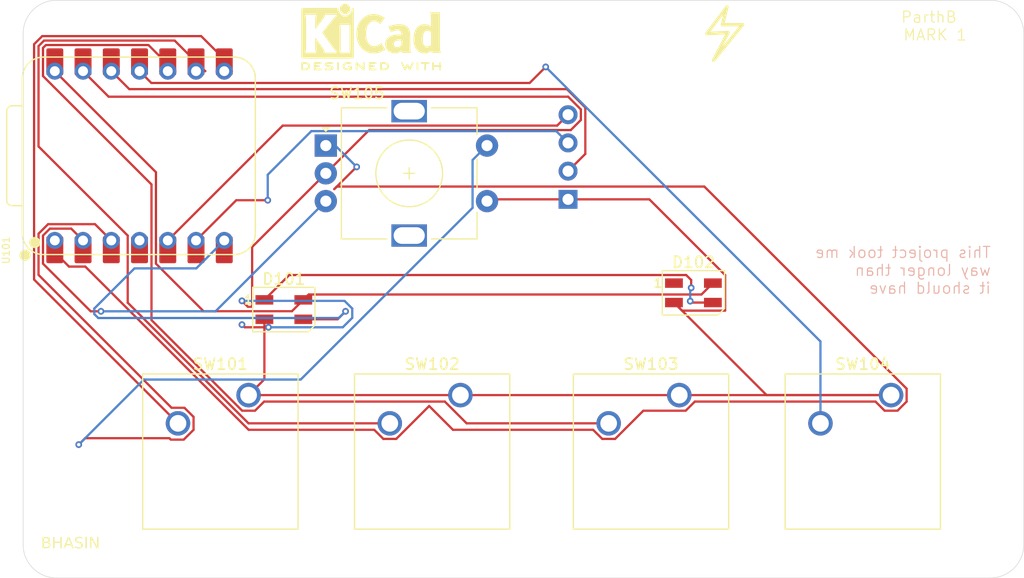
<source format=kicad_pcb>
(kicad_pcb (version 20241229) (generator "pcbnew") (generator_version "9.0")
  (layers (0 "F.Cu" signal) (2 "B.Cu" signal) (13 "F.Paste" user) (15 "B.Paste" user) (5 "F.SilkS" user "F.Silkscreen") (7 "B.SilkS" user "B.Silkscreen") (1 "F.Mask" user) (3 "B.Mask" user) (25 "Edge.Cuts" user))
  (net 0 "")
  (net 1 "Net-(D101-DOUT)")
  (net 2 "GND")
  (net 3 "+5V")
  (net 4 "Net-(D101-DIN)")
  (net 6 "Net-(U101-GPIO1{slash}RX)")
  (net 7 "Net-(U101-GPIO2{slash}SCK)")
  (net 8 "Net-(U101-GPIO4{slash}MISO)")
  (net 9 "Net-(U101-GPIO3{slash}MOSI)")
  (net 10 "Net-(J101-SCL)")
  (net 11 "Net-(J101-SDA)")
  (net 12 "Net-(J101-VCC)")
  (net 14 "Net-(U101-GPIO26{slash}ADC0{slash}A0)")
  (net 15 "Net-(U101-GPIO28{slash}ADC2{slash}A2)")
  (net 16 "Net-(U101-GPIO27{slash}ADC1{slash}A1)")
  (footprint "Button_Switch_Keyboard:SW_Cherry_MX_1.00u_PCB" (layer "F.Cu") (at 136.3275 77.54375)
    (property "Reference" "SW102" (at -2.54 -2.794 0) (layer "F.SilkS"))
    (property "Value" "SW_Push")
    (pad "" np_thru_hole circle (at -7.62 5.08) (size 1.7 1.7) (drill 1.7) (layers "*.Cu" "*.Mask"))
    (pad "" np_thru_hole circle (at -2.54 5.08) (size 4 4) (drill 4) (layers "*.Cu" "*.Mask"))
    (pad "" np_thru_hole circle (at 2.54 5.08) (size 1.7 1.7) (drill 1.7) (layers "*.Cu" "*.Mask"))
    (pad "1" thru_hole circle (at 0 0) (size 2.2 2.2) (drill 1.5) (layers "*.Cu" "*.Mask") (net 2 "GND"))
    (pad "2" thru_hole circle (at -6.35 2.54) (size 2.2 2.2) (drill 1.5) (layers "*.Cu" "*.Mask") (net 7 "Net-(U101-GPIO2{slash}SCK)"))
  )
  (footprint "ScottoKeebs_Components:OLED_128x32" (layer "F.Cu") (at 144.41125 50.12)
    (property "Reference" "J101" (hide yes))
    (property "Value" "OLED_128x32")
    (pad "1" thru_hole rect (at 1.6 9.8 180) (size 1.7 1.7) (drill 1) (layers "*.Cu" "*.Mask") (net 2 "GND"))
    (pad "2" thru_hole oval (at 1.6 7.26 180) (size 1.7 1.7) (drill 1) (layers "*.Cu" "*.Mask") (net 12 "Net-(J101-VCC)"))
    (pad "3" thru_hole oval (at 1.6 4.72 180) (size 1.7 1.7) (drill 1) (layers "*.Cu" "*.Mask") (net 10 "Net-(J101-SCL)"))
    (pad "4" thru_hole oval (at 1.6 2.18 180) (size 1.7 1.7) (drill 1) (layers "*.Cu" "*.Mask") (net 11 "Net-(J101-SDA)"))
  )
  (footprint "Button_Switch_Keyboard:SW_Cherry_MX_1.00u_PCB" (layer "F.Cu") (at 156.0125 77.54375)
    (property "Reference" "SW103" (at -2.54 -2.794 0) (layer "F.SilkS"))
    (property "Value" "SW_Push")
    (pad "" np_thru_hole circle (at -7.62 5.08) (size 1.7 1.7) (drill 1.7) (layers "*.Cu" "*.Mask"))
    (pad "" np_thru_hole circle (at -2.54 5.08) (size 4 4) (drill 4) (layers "*.Cu" "*.Mask"))
    (pad "" np_thru_hole circle (at 2.54 5.08) (size 1.7 1.7) (drill 1.7) (layers "*.Cu" "*.Mask"))
    (pad "1" thru_hole circle (at 0 0) (size 2.2 2.2) (drill 1.5) (layers "*.Cu" "*.Mask") (net 2 "GND"))
    (pad "2" thru_hole circle (at -6.35 2.54) (size 2.2 2.2) (drill 1.5) (layers "*.Cu" "*.Mask") (net 8 "Net-(U101-GPIO4{slash}MISO)"))
  )
  (footprint "LED_SMD:LED_SK6812MINI_PLCC4_3.5x3.5mm_P1.75mm" (layer "F.Cu") (at 120.44875 69.8425)
    (property "Reference" "D101" (at 0 -2.75 0) (layer "F.SilkS"))
    (property "Value" "SK6812MINI")
    (fp_text user "1" (at -3.2 -0.875 0) (layer "F.SilkS") (effects (font (size 0.8 0.8))))
    (pad "1" smd rect (at -1.75 -0.875) (size 1.6 0.85) (layers "F.Cu" "F.Mask" "F.Paste") (net 1 "Net-(D101-DOUT)"))
    (pad "2" smd rect (at -1.75 0.875) (size 1.6 0.85) (layers "F.Cu" "F.Mask" "F.Paste") (net 2 "GND"))
    (pad "3" smd rect (at 1.75 0.875) (size 1.6 0.85) (layers "F.Cu" "F.Mask" "F.Paste") (net 4 "Net-(D101-DIN)"))
    (pad "4" smd rect (at 1.75 -0.875) (size 1.6 0.85) (layers "F.Cu" "F.Mask" "F.Paste") (net 3 "+5V"))
  )
  (footprint "Rotary_Encoder:RotaryEncoder_Alps_EC11E-Switch_Vertical_H20mm" (layer "F.Cu") (at 124.22375 55.08)
    (property "Reference" "SW105" (at 2.8 -4.7 0) (layer "F.SilkS"))
    (property "Value" "RotaryEncoder_Switch")
    (pad "A" thru_hole rect (at 0 0) (size 2 2) (drill 1) (layers "*.Cu" "*.Mask") (net 14 "Net-(U101-GPIO26{slash}ADC0{slash}A0)"))
    (pad "B" thru_hole circle (at 0 5) (size 2 2) (drill 1) (layers "*.Cu" "*.Mask") (net 16 "Net-(U101-GPIO27{slash}ADC1{slash}A1)"))
    (pad "C" thru_hole circle (at 0 2.5) (size 2 2) (drill 1) (layers "*.Cu" "*.Mask") (net 2 "GND"))
    (pad "MP" thru_hole rect (at 7.5 -3.1) (size 3.2 2) (drill oval 2.8 1.5) (layers "*.Cu" "*.Mask"))
    (pad "MP" thru_hole rect (at 7.5 8.1) (size 3.2 2) (drill oval 2.8 1.5) (layers "*.Cu" "*.Mask"))
    (pad "S1" thru_hole circle (at 14.5 5) (size 2 2) (drill 1) (layers "*.Cu" "*.Mask") (net 2 "GND"))
    (pad "S2" thru_hole circle (at 14.5 0) (size 2 2) (drill 1) (layers "*.Cu" "*.Mask") (net 15 "Net-(U101-GPIO28{slash}ADC2{slash}A2)"))
  )
  (footprint "Button_Switch_Keyboard:SW_Cherry_MX_1.00u_PCB" (layer "F.Cu") (at 175.0625 77.54375)
    (property "Reference" "SW104" (at -2.54 -2.794 0) (layer "F.SilkS"))
    (property "Value" "SW_Push")
    (pad "" np_thru_hole circle (at -7.62 5.08) (size 1.7 1.7) (drill 1.7) (layers "*.Cu" "*.Mask"))
    (pad "" np_thru_hole circle (at -2.54 5.08) (size 4 4) (drill 4) (layers "*.Cu" "*.Mask"))
    (pad "" np_thru_hole circle (at 2.54 5.08) (size 1.7 1.7) (drill 1.7) (layers "*.Cu" "*.Mask"))
    (pad "1" thru_hole circle (at 0 0) (size 2.2 2.2) (drill 1.5) (layers "*.Cu" "*.Mask") (net 2 "GND"))
    (pad "2" thru_hole circle (at -6.35 2.54) (size 2.2 2.2) (drill 1.5) (layers "*.Cu" "*.Mask") (net 9 "Net-(U101-GPIO3{slash}MOSI)"))
  )
  (footprint "LED_SMD:LED_SK6812MINI_PLCC4_3.5x3.5mm_P1.75mm" (layer "F.Cu") (at 157.28625 68.33625)
    (property "Reference" "D102" (at 0 -2.75 0) (layer "F.SilkS"))
    (property "Value" "SK6812MINI")
    (fp_text user "1" (at -3.2 -0.875 0) (layer "F.SilkS") (effects (font (size 0.8 0.8))))
    (pad "1" smd rect (at -1.75 -0.875) (size 1.6 0.85) (layers "F.Cu" "F.Mask" "F.Paste"))
    (pad "2" smd rect (at -1.75 0.875) (size 1.6 0.85) (layers "F.Cu" "F.Mask" "F.Paste") (net 2 "GND"))
    (pad "3" smd rect (at 1.75 0.875) (size 1.6 0.85) (layers "F.Cu" "F.Mask" "F.Paste") (net 1 "Net-(D101-DOUT)"))
    (pad "4" smd rect (at 1.75 -0.875) (size 1.6 0.85) (layers "F.Cu" "F.Mask" "F.Paste") (net 3 "+5V"))
  )
  (footprint "OPL Lib:XIAO-RP2040-DIP" (layer "F.Cu") (at 107.4685 56 90)
    (property "Reference" "U101" (at -8.5 -12 90) (layer "F.SilkS") (effects (font (size 0.635 0.635) (thickness 0.1016))))
    (property "Value" "XIAO-RP2040-DIP")
    (pad "1" smd roundrect (at -8.455 -7.62 270) (size 2.432 1.524) (layers "F.Cu" "F.Mask") (roundrect_rratio 0.1) (net 14 "Net-(U101-GPIO26{slash}ADC0{slash}A0)"))
    (pad "1" thru_hole circle (at -7.62 -7.62 270) (size 1.524 1.524) (drill 0.889) (layers "*.Cu" "*.Mask") (net 14 "Net-(U101-GPIO26{slash}ADC0{slash}A0)"))
    (pad "2" smd roundrect (at -8.455 -5.08 270) (size 2.432 1.524) (layers "F.Cu" "F.Mask") (roundrect_rratio 0.1) (net 16 "Net-(U101-GPIO27{slash}ADC1{slash}A1)"))
    (pad "2" thru_hole circle (at -7.62 -5.08 270) (size 1.524 1.524) (drill 0.889) (layers "*.Cu" "*.Mask") (net 16 "Net-(U101-GPIO27{slash}ADC1{slash}A1)"))
    (pad "3" smd roundrect (at -8.455 -2.54 270) (size 2.432 1.524) (layers "F.Cu" "F.Mask") (roundrect_rratio 0.1) (net 15 "Net-(U101-GPIO28{slash}ADC2{slash}A2)"))
    (pad "3" thru_hole circle (at -7.62 -2.54 270) (size 1.524 1.524) (drill 0.889) (layers "*.Cu" "*.Mask") (net 15 "Net-(U101-GPIO28{slash}ADC2{slash}A2)"))
    (pad "4" smd roundrect (at -8.455 0 270) (size 2.432 1.524) (layers "F.Cu" "F.Mask") (roundrect_rratio 0.1))
    (pad "4" thru_hole circle (at -7.62 0 270) (size 1.524 1.524) (drill 0.889) (layers "*.Cu" "*.Mask"))
    (pad "5" smd roundrect (at -8.455 2.54 270) (size 2.432 1.524) (layers "F.Cu" "F.Mask") (roundrect_rratio 0.1) (net 11 "Net-(J101-SDA)"))
    (pad "5" thru_hole circle (at -7.62 2.54 270) (size 1.524 1.524) (drill 0.889) (layers "*.Cu" "*.Mask") (net 11 "Net-(J101-SDA)"))
    (pad "6" smd roundrect (at -8.455 5.08 270) (size 2.432 1.524) (layers "F.Cu" "F.Mask") (roundrect_rratio 0.1) (net 10 "Net-(J101-SCL)"))
    (pad "6" thru_hole circle (at -7.62 5.08 270) (size 1.524 1.524) (drill 0.889) (layers "*.Cu" "*.Mask") (net 10 "Net-(J101-SCL)"))
    (pad "7" smd roundrect (at -8.455 7.62 270) (size 2.432 1.524) (layers "F.Cu" "F.Mask") (roundrect_rratio 0.1) (net 4 "Net-(D101-DIN)"))
    (pad "7" thru_hole circle (at -7.62 7.62 270) (size 1.524 1.524) (drill 0.889) (layers "*.Cu" "*.Mask") (net 4 "Net-(D101-DIN)"))
    (pad "8" thru_hole circle (at 7.62 7.62 90) (size 1.524 1.524) (drill 0.889) (layers "*.Cu" "*.Mask") (net 6 "Net-(U101-GPIO1{slash}RX)"))
    (pad "8" smd roundrect (at 8.455 7.62 90) (size 2.432 1.524) (layers "F.Cu" "F.Mask") (roundrect_rratio 0.1) (net 6 "Net-(U101-GPIO1{slash}RX)"))
    (pad "9" thru_hole circle (at 7.62 5.08 90) (size 1.524 1.524) (drill 0.889) (layers "*.Cu" "*.Mask") (net 7 "Net-(U101-GPIO2{slash}SCK)"))
    (pad "9" smd roundrect (at 8.455 5.08 90) (size 2.432 1.524) (layers "F.Cu" "F.Mask") (roundrect_rratio 0.1) (net 7 "Net-(U101-GPIO2{slash}SCK)"))
    (pad "10" thru_hole circle (at 7.62 2.54 90) (size 1.524 1.524) (drill 0.889) (layers "*.Cu" "*.Mask") (net 8 "Net-(U101-GPIO4{slash}MISO)"))
    (pad "10" smd roundrect (at 8.455 2.54 90) (size 2.432 1.524) (layers "F.Cu" "F.Mask") (roundrect_rratio 0.1) (net 8 "Net-(U101-GPIO4{slash}MISO)"))
    (pad "11" thru_hole circle (at 7.62 0 90) (size 1.524 1.524) (drill 0.889) (layers "*.Cu" "*.Mask") (net 9 "Net-(U101-GPIO3{slash}MOSI)"))
    (pad "11" smd roundrect (at 8.455 0 90) (size 2.432 1.524) (layers "F.Cu" "F.Mask") (roundrect_rratio 0.1) (net 9 "Net-(U101-GPIO3{slash}MOSI)"))
    (pad "12" thru_hole circle (at 7.62 -2.54 90) (size 1.524 1.524) (drill 0.889) (layers "*.Cu" "*.Mask") (net 12 "Net-(J101-VCC)"))
    (pad "12" smd roundrect (at 8.455 -2.54 90) (size 2.432 1.524) (layers "F.Cu" "F.Mask") (roundrect_rratio 0.1) (net 12 "Net-(J101-VCC)"))
    (pad "13" thru_hole circle (at 7.62 -5.08 90) (size 1.524 1.524) (drill 0.889) (layers "*.Cu" "*.Mask") (net 2 "GND"))
    (pad "13" smd roundrect (at 8.455 -5.08 90) (size 2.432 1.524) (layers "F.Cu" "F.Mask") (roundrect_rratio 0.1) (net 2 "GND"))
    (pad "14" thru_hole circle (at 7.62 -7.62 90) (size 1.524 1.524) (drill 0.889) (layers "*.Cu" "*.Mask") (net 3 "+5V"))
    (pad "14" smd roundrect (at 8.455 -7.62 90) (size 2.432 1.524) (layers "F.Cu" "F.Mask") (roundrect_rratio 0.1) (net 3 "+5V"))
  )
  (footprint "Symbol:KiCad-Logo2_5mm_SilkScreen" (layer "F.Cu") (at 128.3 45.3)
    (property "Reference" "REF**" (hide yes))
    (property "Value" "KiCad-Logo2_5mm_SilkScreen" (hide yes))
  )
  (footprint "Button_Switch_Keyboard:SW_Cherry_MX_1.00u_PCB" (layer "F.Cu") (at 117.2775 77.54375)
    (property "Reference" "SW101" (at -2.54 -2.794 0) (layer "F.SilkS"))
    (property "Value" "SW_Push")
    (pad "" np_thru_hole circle (at -7.62 5.08) (size 1.7 1.7) (drill 1.7) (layers "*.Cu" "*.Mask"))
    (pad "" np_thru_hole circle (at -2.54 5.08) (size 4 4) (drill 4) (layers "*.Cu" "*.Mask"))
    (pad "" np_thru_hole circle (at 2.54 5.08) (size 1.7 1.7) (drill 1.7) (layers "*.Cu" "*.Mask"))
    (pad "1" thru_hole circle (at 0 0) (size 2.2 2.2) (drill 1.5) (layers "*.Cu" "*.Mask") (net 2 "GND"))
    (pad "2" thru_hole circle (at -6.35 2.54) (size 2.2 2.2) (drill 1.5) (layers "*.Cu" "*.Mask") (net 6 "Net-(U101-GPIO1{slash}RX)"))
  )
  (gr_line (start 160.3 42.6) (end 159.9 44.2) (stroke (width 0.3)) (layer "F.SilkS"))
  (gr_line (start 161.7 44.2) (end 159.1 47.4) (stroke (width 0.3)) (layer "F.SilkS"))
  (gr_line (start 159.9 44.2) (end 161.7 44.2) (stroke (width 0.3)) (layer "F.SilkS"))
  (gr_line (start 160.3 42.6) (end 158.5 45) (stroke (width 0.3)) (layer "F.SilkS"))
  (gr_line (start 158.5 45) (end 160.4 44.9) (stroke (width 0.3)) (layer "F.SilkS"))
  (gr_line (start 160.4 44.9) (end 159.1 47.4) (stroke (width 0.3)) (layer "F.SilkS"))
  (gr_line (start 97 91) (end 97 45) (stroke (width 0.05)) (layer "Edge.Cuts"))
  (gr_arc (start 100 94) (mid 97.87868 93.12132) (end 97 91) (stroke (width 0.05)) (layer "Edge.Cuts"))
  (gr_arc (start 97 45) (mid 97.87868 42.87868) (end 100 42) (stroke (width 0.05)) (layer "Edge.Cuts"))
  (gr_arc (start 184 42) (mid 186.12132 42.87868) (end 187 45) (stroke (width 0.05)) (layer "Edge.Cuts"))
  (gr_arc (start 187 91) (mid 186.12132 93.12132) (end 184 94) (stroke (width 0.05)) (layer "Edge.Cuts"))
  (gr_line (start 100 42) (end 184 42) (stroke (width 0.05)) (layer "Edge.Cuts"))
  (gr_line (start 184 94) (end 100 94) (stroke (width 0.05)) (layer "Edge.Cuts"))
  (gr_line (start 187 45) (end 187 91) (stroke (width 0.05)) (layer "Edge.Cuts"))
  (gr_text "MARK 1" (at 176.1 45.7 0) (layer "F.SilkS") (effects (font (size 1 1) (thickness 0.1)) (justify left bottom)))
  (gr_text "ParthB" (at 175.9 44.1 0) (layer "F.SilkS") (effects (font (size 1 1) (thickness 0.1)) (justify left bottom)))
  (gr_text "BHASIN" (at 98.6 91.5 0) (layer "F.SilkS") (effects (font (size 1 1) (thickness 0.1)) (justify left bottom)))
  (gr_text "This project took me\nway longer than\nit should have" (at 184.1 68.5 0) (layer "B.SilkS") (effects (font (size 1 1) (thickness 0.1)) (justify left bottom mirror)))
  (segment (start 118.69875 68.9675) (end 120.931 66.73525) (width 0.2) (layer "F.Cu") (net 1))
  (segment (start 120.931 66.73525) (end 156.63725 66.73525) (width 0.2) (layer "F.Cu") (net 1))
  (segment (start 159.03625 69.21125) (end 157.126 69.21125) (width 0.2) (layer "F.Cu") (net 1))
  (segment (start 156.63725 66.73525) (end 157.08425 67.18225) (width 0.2) (layer "F.Cu") (net 1))
  (segment (start 157.08425 67.18225) (end 157.08425 68.08425) (width 0.2) (layer "F.Cu") (net 1))
  (segment (start 157.126 69.21125) (end 157 69.08525) (width 0.2) (layer "F.Cu") (net 1))
  (via (at 157 69.08525) (size 0.6) (drill 0.3) (layers "F.Cu" "B.Cu") (net 1))
  (via (at 157.08425 67.88525) (size 0.6) (drill 0.3) (layers "F.Cu" "B.Cu") (net 1))
  (segment (start 157 67.9695) (end 157.08425 67.88525) (width 0.2) (layer "B.Cu") (net 1))
  (segment (start 157 69.08525) (end 157 67.9695) (width 0.2) (layer "B.Cu") (net 1))
  (segment (start 118.69875 70.7175) (end 118.69875 76.1225) (width 0.2) (layer "F.Cu") (net 2))
  (segment (start 147.16225 52.77676) (end 146.25701 53.682) (width 0.2) (layer "F.Cu") (net 2))
  (segment (start 104.6875 50.679) (end 146.01801 50.679) (width 0.2) (layer "F.Cu") (net 2))
  (segment (start 117.2775 77.54375) (end 136.3275 77.54375) (width 0.2) (layer "F.Cu") (net 2))
  (segment (start 163.86875 77.54375) (end 155.53625 69.21125) (width 0.2) (layer "F.Cu") (net 2))
  (segment (start 153.322 59.92) (end 146.01125 59.92) (width 0.2) (layer "F.Cu") (net 2))
  (segment (start 146.01801 50.679) (end 147.16225 51.82324) (width 0.2) (layer "F.Cu") (net 2))
  (segment (start 160.13725 69.93725) (end 160.13725 66.73525) (width 0.2) (layer "F.Cu") (net 2))
  (segment (start 138.88375 59.92) (end 138.72375 60.08) (width 0.2) (layer "F.Cu") (net 2))
  (segment (start 119.0625 71.4375) (end 116.91775 71.4375) (width 0.2) (layer "F.Cu") (net 2))
  (segment (start 117.59775 69.5905) (end 117.2155 69.5905) (width 0.2) (layer "F.Cu") (net 2))
  (segment (start 146.01125 59.92) (end 138.88375 59.92) (width 0.2) (layer "F.Cu") (net 2))
  (segment (start 146.25701 53.682) (end 128.12175 53.682) (width 0.2) (layer "F.Cu") (net 2))
  (segment (start 118.69875 76.1225) (end 117.2775 77.54375) (width 0.2) (layer "F.Cu") (net 2))
  (segment (start 124.22375 57.58) (end 117.59775 64.206) (width 0.2) (layer "F.Cu") (net 2))
  (segment (start 175.0625 77.54375) (end 163.86875 77.54375) (width 0.2) (layer "F.Cu") (net 2))
  (segment (start 128.12175 53.682) (end 124.22375 57.58) (width 0.2) (layer "F.Cu") (net 2))
  (segment (start 156.0125 77.54375) (end 175.0625 77.54375) (width 0.2) (layer "F.Cu") (net 2))
  (segment (start 102.3885 48.38) (end 104.6875 50.679) (width 0.2) (layer "F.Cu") (net 2))
  (segment (start 147.16225 51.82324) (end 147.16225 52.77676) (width 0.2) (layer "F.Cu") (net 2))
  (segment (start 160.13725 66.73525) (end 153.322 59.92) (width 0.2) (layer "F.Cu") (net 2))
  (segment (start 136.3275 77.54375) (end 156.0125 77.54375) (width 0.2) (layer "F.Cu") (net 2))
  (segment (start 117.2155 69.5905) (end 116.68125 69.05625) (width 0.2) (layer "F.Cu") (net 2))
  (segment (start 116.91775 71.4375) (end 116.68125 71.201) (width 0.2) (layer "F.Cu") (net 2))
  (segment (start 156.26225 69.93725) (end 160.13725 69.93725) (width 0.2) (layer "F.Cu") (net 2))
  (segment (start 155.53625 69.21125) (end 156.26225 69.93725) (width 0.2) (layer "F.Cu") (net 2))
  (segment (start 117.59775 64.206) (end 117.59775 69.5905) (width 0.2) (layer "F.Cu") (net 2))
  (via (at 119.0625 71.4375) (size 0.6) (drill 0.3) (layers "F.Cu" "B.Cu") (net 2))
  (via (at 116.68125 69.05625) (size 0.6) (drill 0.3) (layers "F.Cu" "B.Cu") (net 2))
  (via (at 116.68125 71.201) (size 0.6) (drill 0.3) (layers "F.Cu" "B.Cu") (net 2))
  (segment (start 125.906193 69.05625) (end 126.601 69.751057) (width 0.2) (layer "B.Cu") (net 2))
  (segment (start 126.601 70.5845) (end 125.748 71.4375) (width 0.2) (layer "B.Cu") (net 2))
  (segment (start 116.68125 69.05625) (end 125.906193 69.05625) (width 0.2) (layer "B.Cu") (net 2))
  (segment (start 125.748 71.4375) (end 119.0625 71.4375) (width 0.2) (layer "B.Cu") (net 2))
  (segment (start 126.601 69.751057) (end 126.601 70.5845) (width 0.2) (layer "B.Cu") (net 2))
  (segment (start 158.01225 68.48525) (end 159.03625 67.46125) (width 0.2) (layer "F.Cu") (net 3))
  (segment (start 121.17475 69.9915) (end 122.19875 68.9675) (width 0.2) (layer "F.Cu") (net 3))
  (segment (start 99.8485 48.38) (end 108.9455 57.477) (width 0.2) (layer "F.Cu") (net 3))
  (segment (start 122.681 68.48525) (end 158.01225 68.48525) (width 0.2) (layer "F.Cu") (net 3))
  (segment (start 113.226374 69.9915) (end 121.17475 69.9915) (width 0.2) (layer "F.Cu") (net 3))
  (segment (start 108.9455 57.477) (end 108.9455 65.710626) (width 0.2) (layer "F.Cu") (net 3))
  (segment (start 122.19875 68.9675) (end 122.681 68.48525) (width 0.2) (layer "F.Cu") (net 3))
  (segment (start 108.9455 65.710626) (end 113.226374 69.9915) (width 0.2) (layer "F.Cu") (net 3))
  (segment (start 122.19875 70.7175) (end 125.2825 70.7175) (width 0.2) (layer "F.Cu") (net 4))
  (segment (start 125.2825 70.7175) (end 126 70) (width 0.2) (layer "F.Cu") (net 4))
  (via (at 126 70) (size 0.6) (drill 0.3) (layers "F.Cu" "B.Cu") (net 4))
  (segment (start 126 70) (end 125.399 70.601) (width 0.2) (layer "B.Cu") (net 4))
  (segment (start 103.399 69.751057) (end 107.015982 66.134075) (width 0.2) (layer "B.Cu") (net 4))
  (segment (start 107.015982 66.134075) (end 112.574425 66.134075) (width 0.2) (layer "B.Cu") (net 4))
  (segment (start 103.399 70.248943) (end 103.399 69.751057) (width 0.2) (layer "B.Cu") (net 4))
  (segment (start 112.574425 66.134075) (end 115.0885 63.62) (width 0.2) (layer "B.Cu") (net 4))
  (segment (start 125.399 70.601) (end 103.751057 70.601) (width 0.2) (layer "B.Cu") (net 4))
  (segment (start 103.751057 70.601) (end 103.399 70.248943) (width 0.2) (layer "B.Cu") (net 4))
  (segment (start 115.0885 47.30237) (end 113.01213 45.226) (width 0.2) (layer "F.Cu") (net 6))
  (segment (start 113.01213 45.226) (end 98.714674 45.226) (width 0.2) (layer "F.Cu") (net 6))
  (segment (start 98.714674 45.226) (end 97.9835 45.957174) (width 0.2) (layer "F.Cu") (net 6))
  (segment (start 97.9835 67.13975) (end 110.9275 80.08375) (width 0.2) (layer "F.Cu") (net 6))
  (segment (start 97.9835 45.957174) (end 97.9835 67.13975) (width 0.2) (layer "F.Cu") (net 6))
  (segment (start 115.0885 48.38) (end 115.0885 47.30237) (width 0.2) (layer "F.Cu") (net 6))
  (segment (start 106.4055 69.220164) (end 117.269086 80.08375) (width 0.2) (layer "F.Cu") (net 7))
  (segment (start 98.3845 46.123274) (end 98.3845 55.15869) (width 0.2) (layer "F.Cu") (net 7))
  (segment (start 110.627 45.627) (end 98.880774 45.627) (width 0.2) (layer "F.Cu") (net 7))
  (segment (start 98.880774 45.627) (end 98.3845 46.123274) (width 0.2) (layer "F.Cu") (net 7))
  (segment (start 98.3845 55.15869) (end 106.4055 63.17969) (width 0.2) (layer "F.Cu") (net 7))
  (segment (start 117.269086 80.08375) (end 129.9775 80.08375) (width 0.2) (layer "F.Cu") (net 7))
  (segment (start 112.5485 48.38) (end 113.38 48.38) (width 0.2) (layer "F.Cu") (net 7))
  (segment (start 113.38 48.38) (end 110.627 45.627) (width 0.2) (layer "F.Cu") (net 7))
  (segment (start 106.4055 63.17969) (end 106.4055 69.220164) (width 0.2) (layer "F.Cu") (net 7))
  (via (at 129.9775 80.08375) (size 0.6) (drill 0.3) (layers "F.Cu" "B.Cu") (net 7))
  (segment (start 108.5445 70.792064) (end 108.5445 58.57931) (width 0.2) (layer "F.Cu") (net 8))
  (segment (start 149.6625 80.08375) (end 136.886186 80.08375) (width 0.2) (layer "F.Cu") (net 8))
  (segment (start 98.7855 48.82031) (end 98.7855 46.289374) (width 0.2) (layer "F.Cu") (net 8))
  (segment (start 98.7855 46.289374) (end 99.046874 46.028) (width 0.2) (layer "F.Cu") (net 8))
  (segment (start 108.270126 46.028) (end 110.0085 47.766374) (width 0.2) (layer "F.Cu") (net 8))
  (segment (start 118.6785 78.124064) (end 117.857814 78.94475) (width 0.2) (layer "F.Cu") (net 8))
  (segment (start 99.046874 46.028) (end 108.270126 46.028) (width 0.2) (layer "F.Cu") (net 8))
  (segment (start 134.9265 78.124064) (end 118.6785 78.124064) (width 0.2) (layer "F.Cu") (net 8))
  (segment (start 117.857814 78.94475) (end 116.697186 78.94475) (width 0.2) (layer "F.Cu") (net 8))
  (segment (start 110.0085 47.766374) (end 110.0085 48.38) (width 0.2) (layer "F.Cu") (net 8))
  (segment (start 136.886186 80.08375) (end 134.9265 78.124064) (width 0.2) (layer "F.Cu") (net 8))
  (segment (start 116.697186 78.94475) (end 108.5445 70.792064) (width 0.2) (layer "F.Cu") (net 8))
  (segment (start 108.5445 58.57931) (end 98.7855 48.82031) (width 0.2) (layer "F.Cu") (net 8))
  (segment (start 108.5315 49.443) (end 142.557 49.443) (width 0.2) (layer "F.Cu") (net 9))
  (segment (start 107.4685 48.38) (end 108.5315 49.443) (width 0.2) (layer "F.Cu") (net 9))
  (segment (start 142.557 49.443) (end 144 48) (width 0.2) (layer "F.Cu") (net 9))
  (via (at 144 48) (size 0.6) (drill 0.3) (layers "F.Cu" "B.Cu") (net 9))
  (via (at 168.7125 80.08375) (size 0.6) (drill 0.3) (layers "F.Cu" "B.Cu") (net 9))
  (segment (start 168.7125 72.7125) (end 168.7125 80.08375) (width 0.2) (layer "B.Cu") (net 9))
  (segment (start 144 48) (end 168.7125 72.7125) (width 0.2) (layer "B.Cu") (net 9))
  (segment (start 116.1685 60) (end 119 60) (width 0.2) (layer "F.Cu") (net 10))
  (segment (start 112.5485 63.62) (end 116.1685 60) (width 0.2) (layer "F.Cu") (net 10))
  (via (at 119 60) (size 0.6) (drill 0.3) (layers "F.Cu" "B.Cu") (net 10))
  (segment (start 144.95025 53.779) (end 146.01125 54.84) (width 0.2) (layer "B.Cu") (net 10))
  (segment (start 122.92275 53.779) (end 144.95025 53.779) (width 0.2) (layer "B.Cu") (net 10))
  (segment (start 119 60) (end 119 57.70175) (width 0.2) (layer "B.Cu") (net 10))
  (segment (start 119 57.70175) (end 122.92275 53.779) (width 0.2) (layer "B.Cu") (net 10))
  (segment (start 146.01125 52.3) (end 145.03025 53.281) (width 0.2) (layer "F.Cu") (net 11))
  (segment (start 145.03025 53.281) (end 120.3475 53.281) (width 0.2) (layer "F.Cu") (net 11))
  (segment (start 120.3475 53.281) (end 110.0085 63.62) (width 0.2) (layer "F.Cu") (net 11))
  (segment (start 104.9285 48.38) (end 106.5485 50) (width 0.2) (layer "F.Cu") (net 12))
  (segment (start 147.56325 55.828) (end 146.01125 57.38) (width 0.2) (layer "F.Cu") (net 12))
  (segment (start 147.56325 51.65714) (end 147.56325 55.828) (width 0.2) (layer "F.Cu") (net 12))
  (segment (start 106.5485 50) (end 145.90611 50) (width 0.2) (layer "F.Cu") (net 12))
  (segment (start 145.90611 50) (end 147.56325 51.65714) (width 0.2) (layer "F.Cu") (net 12))
  (via (at 146.01125 57.38) (size 0.6) (drill 0.3) (layers "F.Cu" "B.Cu") (net 12))
  (segment (start 175.642814 78.94475) (end 176.4635 78.124064) (width 0.2) (layer "F.Cu") (net 14))
  (segment (start 156.592814 78.94475) (end 157.4135 78.124064) (width 0.2) (layer "F.Cu") (net 14))
  (segment (start 176.4635 78.124064) (end 176.4635 76.963436) (width 0.2) (layer "F.Cu") (net 14))
  (segment (start 158.269064 58.769) (end 125.214642 58.769) (width 0.2) (layer "F.Cu") (net 14))
  (segment (start 102.590236 65.972) (end 117.2823 80.664064) (width 0.2) (layer "F.Cu") (net 14))
  (segment (start 130.557814 81.48475) (end 133.5175 78.525064) (width 0.2) (layer "F.Cu") (net 14))
  (segment (start 101.12287 65.972) (end 102.590236 65.972) (width 0.2) (layer "F.Cu") (net 14))
  (segment (start 176.4635 76.963436) (end 158.269064 58.769) (width 0.2) (layer "F.Cu") (net 14))
  (segment (start 117.2823 80.664064) (end 128.5765 80.664064) (width 0.2) (layer "F.Cu") (net 14))
  (segment (start 148.2615 80.664064) (end 149.082186 81.48475) (width 0.2) (layer "F.Cu") (net 14))
  (segment (start 128.5765 80.664064) (end 129.397186 81.48475) (width 0.2) (layer "F.Cu") (net 14))
  (segment (start 135.6565 80.664064) (end 148.2615 80.664064) (width 0.2) (layer "F.Cu") (net 14))
  (segment (start 174.482186 78.94475) (end 175.642814 78.94475) (width 0.2) (layer "F.Cu") (net 14))
  (segment (start 133.5175 78.525064) (end 135.6565 80.664064) (width 0.2) (layer "F.Cu") (net 14))
  (segment (start 150.242814 81.48475) (end 152.782814 78.94475) (width 0.2) (layer "F.Cu") (net 14))
  (segment (start 99.8485 64.69763) (end 101.12287 65.972) (width 0.2) (layer "F.Cu") (net 14))
  (segment (start 129.397186 81.48475) (end 130.557814 81.48475) (width 0.2) (layer "F.Cu") (net 14))
  (segment (start 126.983642 57) (end 127 57) (width 0.2) (layer "F.Cu") (net 14))
  (segment (start 124.983642 59) (end 126.983642 57) (width 0.2) (layer "F.Cu") (net 14))
  (segment (start 173.6615 78.124064) (end 174.482186 78.94475) (width 0.2) (layer "F.Cu") (net 14))
  (segment (start 157.4135 78.124064) (end 173.6615 78.124064) (width 0.2) (layer "F.Cu") (net 14))
  (segment (start 152.782814 78.94475) (end 156.592814 78.94475) (width 0.2) (layer "F.Cu") (net 14))
  (segment (start 99.8485 63.62) (end 99.8485 64.69763) (width 0.2) (layer "F.Cu") (net 14))
  (segment (start 149.082186 81.48475) (end 150.242814 81.48475) (width 0.2) (layer "F.Cu") (net 14))
  (segment (start 125.214642 58.769) (end 124.983642 59) (width 0.2) (layer "F.Cu") (net 14))
  (via (at 127 57) (size 0.6) (drill 0.3) (layers "F.Cu" "B.Cu") (net 14))
  (segment (start 125.08 55.08) (end 124.22375 55.08) (width 0.2) (layer "B.Cu") (net 14))
  (segment (start 127 57) (end 125.08 55.08) (width 0.2) (layer "B.Cu") (net 14))
  (segment (start 110.282078 81.549858) (end 110.15497 81.42275) (width 0.2) (layer "F.Cu") (net 15))
  (segment (start 98.3845 63.01359) (end 98.3845 66.720064) (width 0.2) (layer "F.Cu") (net 15))
  (segment (start 112.3285 79.503436) (end 112.3285 80.664064) (width 0.2) (layer "F.Cu") (net 15))
  (segment (start 102.57725 81.42275) (end 102 82) (width 0.2) (layer "F.Cu") (net 15))
  (segment (start 112.3285 80.664064) (end 111.442706 81.549858) (width 0.2) (layer "F.Cu") (net 15))
  (segment (start 110.347186 78.68275) (end 111.507814 78.68275) (width 0.2) (layer "F.Cu") (net 15))
  (segment (start 110.15497 81.42275) (end 102.57725 81.42275) (width 0.2) (layer "F.Cu") (net 15))
  (segment (start 104.9285 63.62) (end 103.4645 62.156) (width 0.2) (layer "F.Cu") (net 15))
  (segment (start 99.24209 62.156) (end 98.3845 63.01359) (width 0.2) (layer "F.Cu") (net 15))
  (segment (start 98.3845 66.720064) (end 110.347186 78.68275) (width 0.2) (layer "F.Cu") (net 15))
  (segment (start 103.4645 62.156) (end 99.24209 62.156) (width 0.2) (layer "F.Cu") (net 15))
  (segment (start 111.442706 81.549858) (end 110.282078 81.549858) (width 0.2) (layer "F.Cu") (net 15))
  (segment (start 111.507814 78.68275) (end 112.3285 79.503436) (width 0.2) (layer "F.Cu") (net 15))
  (via (at 102 82) (size 0.6) (drill 0.3) (layers "F.Cu" "B.Cu") (net 15))
  (segment (start 137.42275 60.683) (end 137.42275 56.381) (width 0.2) (layer "B.Cu") (net 15))
  (segment (start 137.42275 56.381) (end 138.72375 55.08) (width 0.2) (layer "B.Cu") (net 15))
  (segment (start 121.963 76.14275) (end 137.42275 60.683) (width 0.2) (layer "B.Cu") (net 15))
  (segment (start 102 82) (end 107.85725 76.14275) (width 0.2) (layer "B.Cu") (net 15))
  (segment (start 107.85725 76.14275) (end 121.963 76.14275) (width 0.2) (layer "B.Cu") (net 15))
  (segment (start 103.074874 70) (end 104 70) (width 0.2) (layer "F.Cu") (net 16))
  (segment (start 99.40819 62.557) (end 98.7855 63.17969) (width 0.2) (layer "F.Cu") (net 16))
  (segment (start 98.7855 65.710626) (end 103.074874 70) (width 0.2) (layer "F.Cu") (net 16))
  (segment (start 98.7855 63.17969) (end 98.7855 65.710626) (width 0.2) (layer "F.Cu") (net 16))
  (segment (start 101.3255 62.557) (end 99.40819 62.557) (width 0.2) (layer "F.Cu") (net 16))
  (segment (start 102.3885 63.62) (end 101.3255 62.557) (width 0.2) (layer "F.Cu") (net 16))
  (via (at 104 70) (size 0.6) (drill 0.3) (layers "F.Cu" "B.Cu") (net 16))
  (via (at 124.22375 60.08) (size 0.6) (drill 0.3) (layers "F.Cu" "B.Cu") (net 16))
  (segment (start 114.30375 70) (end 124.22375 60.08) (width 0.2) (layer "B.Cu") (net 16))
  (segment (start 104 70) (end 114.30375 70) (width 0.2) (layer "B.Cu") (net 16))
)
</source>
